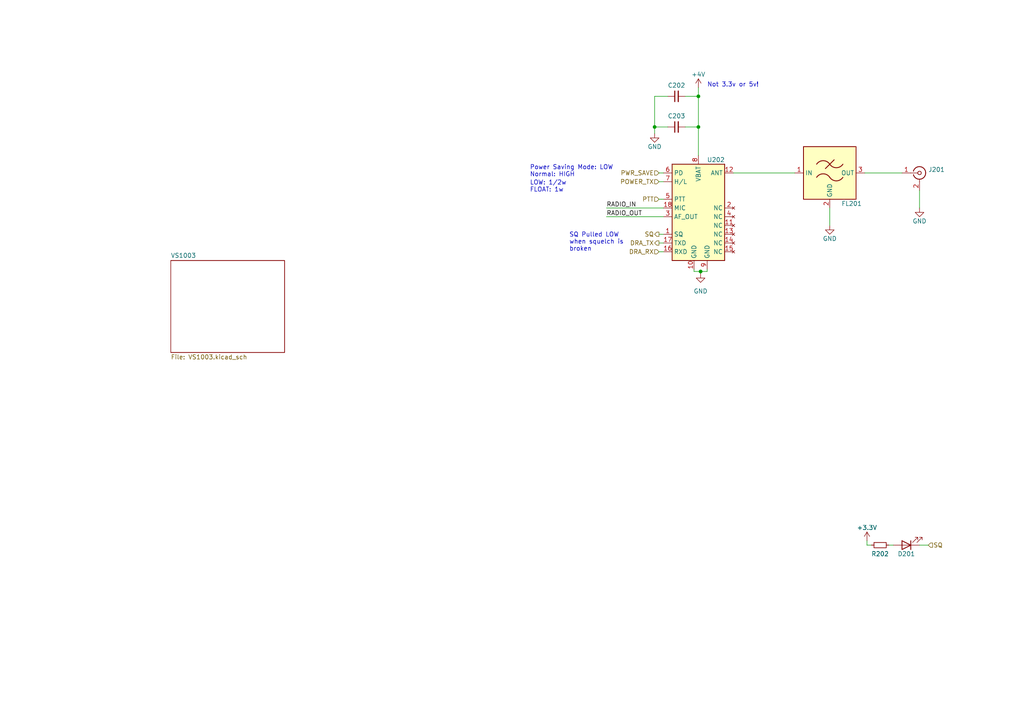
<source format=kicad_sch>
(kicad_sch (version 20211123) (generator eeschema)
  (paper "A4")
  (lib_symbols
    (symbol "Connector:Conn_Coaxial" (pin_names (offset 1.016) hide)
      (property "Reference" "J" (at 0.254 3.048 0))
      (property "Value" "Conn_Coaxial" (at 2.921 0 90))
      (symbol "Conn_Coaxial_0_1"
        (arc (start -1.778 -0.508) (mid 0.2311 -1.8066) (end 1.778 0) (stroke (width 0.254)))
        (polyline (pts (xy -2.54 0) (xy -0.508 0)))
        (polyline (pts (xy 0 -2.54) (xy 0 -1.778)))
        (circle (center 0 0) (radius 0.508) (stroke (width 0.2032)))
        (arc (start 1.778 0) (mid 0.2099 1.8101) (end -1.778 0.508) (stroke (width 0.254)))
      )
      (symbol "Conn_Coaxial_1_1"
        (pin passive line (at -5.08 0 0) (length 2.54) (name "In") (number "1"))
        (pin passive line (at 0 -5.08 90) (length 2.54) (name "Ext") (number "2"))
      )
    )
    (symbol "Device:C_Small" (pin_numbers hide) (pin_names (offset 0.254) hide)
      (property "Reference" "C" (at 0.254 1.778 0))
      (property "Value" "C_Small" (at 0.254 -2.032 0))
      (symbol "C_Small_0_1"
        (polyline (pts (xy -1.524 -0.508) (xy 1.524 -0.508)) (stroke (width 0.3302)))
        (polyline (pts (xy -1.524 0.508) (xy 1.524 0.508)) (stroke (width 0.3048)))
      )
      (symbol "C_Small_1_1"
        (pin passive line (at 0 2.54 270) (length 2.032) (name "~") (number "1"))
        (pin passive line (at 0 -2.54 90) (length 2.032) (name "~") (number "2"))
      )
    )
    (symbol "Device:LED" (pin_numbers hide) (pin_names (offset 1.016) hide)
      (property "Reference" "D" (at 0 2.54 0))
      (property "Value" "LED" (at 0 -2.54 0))
      (symbol "LED_0_1"
        (polyline (pts (xy -1.27 -1.27) (xy -1.27 1.27)) (stroke (width 0.254)))
        (polyline (pts (xy -1.27 0) (xy 1.27 0)))
        (polyline (pts (xy 1.27 -1.27) (xy 1.27 1.27) (xy -1.27 0) (xy 1.27 -1.27)) (stroke (width 0.254)))
        (polyline (pts (xy -3.048 -0.762) (xy -4.572 -2.286) (xy -3.81 -2.286) (xy -4.572 -2.286) (xy -4.572 -1.524)))
        (polyline (pts (xy -1.778 -0.762) (xy -3.302 -2.286) (xy -2.54 -2.286) (xy -3.302 -2.286) (xy -3.302 -1.524)))
      )
      (symbol "LED_1_1"
        (pin passive line (at -3.81 0 0) (length 2.54) (name "K") (number "1"))
        (pin passive line (at 3.81 0 180) (length 2.54) (name "A") (number "2"))
      )
    )
    (symbol "Device:R_Small" (pin_numbers hide) (pin_names (offset 0.254) hide)
      (property "Reference" "R" (at 0.762 0.508 0))
      (property "Value" "R_Small" (at 0.762 -1.016 0))
      (symbol "R_Small_0_1"
        (rectangle (start -0.762 1.778) (end 0.762 -1.778) (stroke (width 0.2032)))
      )
      (symbol "R_Small_1_1"
        (pin passive line (at 0 2.54 270) (length 0.762) (name "~") (number "1"))
        (pin passive line (at 0 -2.54 90) (length 0.762) (name "~") (number "2"))
      )
    )
    (symbol "KenwoodFox:DRA818V"
      (property "Reference" "U" (at 6.35 -15.24 0))
      (property "Value" "DRA818V" (at 5.08 15.24 0))
      (symbol "DRA818V_0_1"
        (rectangle (start -7.62 13.97) (end 7.62 -13.97) (stroke (width 0.254)) (fill (type background)))
      )
      (symbol "DRA818V_1_1"
        (pin output line (at -10.16 -6.35 0) (length 2.54) (name "SQ") (number "1"))
        (pin power_in line (at -1.27 -16.51 90) (length 2.54) (name "GND") (number "10"))
        (pin no_connect line (at 10.16 -3.81 180) (length 2.54) (name "NC") (number "11"))
        (pin output line (at 10.16 11.43 180) (length 2.54) (name "ANT") (number "12"))
        (pin no_connect line (at 10.16 -6.35 180) (length 2.54) (name "NC") (number "13"))
        (pin no_connect line (at 10.16 -8.89 180) (length 2.54) (name "NC") (number "14"))
        (pin no_connect line (at 10.16 -11.43 180) (length 2.54) (name "NC") (number "15"))
        (pin input line (at -10.16 -11.43 0) (length 2.54) (name "RXD") (number "16"))
        (pin output line (at -10.16 -8.89 0) (length 2.54) (name "TXD") (number "17"))
        (pin input line (at -10.16 1.27 0) (length 2.54) (name "MIC") (number "18"))
        (pin no_connect line (at 10.16 1.27 180) (length 2.54) (name "NC") (number "2"))
        (pin output line (at -10.16 -1.27 0) (length 2.54) (name "AF_OUT") (number "3"))
        (pin no_connect line (at 10.16 -1.27 180) (length 2.54) (name "NC") (number "4"))
        (pin input line (at -10.16 3.81 0) (length 2.54) (name "PTT") (number "5"))
        (pin input line (at -10.16 11.43 0) (length 2.54) (name "PD") (number "6"))
        (pin input line (at -10.16 8.89 0) (length 2.54) (name "H/L") (number "7"))
        (pin power_in line (at 0 16.51 270) (length 2.54) (name "VBAT") (number "8"))
        (pin power_in line (at 2.54 -16.51 90) (length 2.54) (name "GND") (number "9"))
      )
    )
    (symbol "RF_Filter:LFCN-490"
      (property "Reference" "FL" (at 0 10.795 0))
      (property "Value" "LFCN-490" (at 0 8.89 0))
      (symbol "LFCN-490_0_1"
        (rectangle (start -7.62 7.62) (end 7.62 -7.62) (stroke (width 0.254)) (fill (type background)))
        (arc (start 0 -1.27) (mid -1.905 -0.2505) (end -3.81 -1.27) (stroke (width 0.254)))
        (arc (start 0 -1.27) (mid 1.905 -2.2895) (end 3.81 -1.27) (stroke (width 0.254)))
        (polyline (pts (xy -1.27 1.27) (xy 1.27 3.81)) (stroke (width 0.254)))
        (arc (start 0 2.54) (mid -1.905 3.5595) (end -3.81 2.54) (stroke (width 0.254)))
        (arc (start 0 2.54) (mid 1.905 1.5205) (end 3.81 2.54) (stroke (width 0.254)))
      )
      (symbol "LFCN-490_1_1"
        (pin passive line (at -10.16 0 0) (length 2.54) (name "IN") (number "1"))
        (pin passive line (at 0 -10.16 90) (length 2.54) (name "GND") (number "2"))
        (pin passive line (at 10.16 0 180) (length 2.54) (name "OUT") (number "3"))
        (pin passive line (at 0 -10.16 90) (length 2.54) hide (name "GND") (number "4"))
      )
    )
    (symbol "power:+3.3V" (power) (pin_names (offset 0))
      (property "Value" "+3.3V" (at 0 3.556 0))
      (symbol "+3.3V_0_1"
        (polyline (pts (xy -0.762 1.27) (xy 0 2.54)))
        (polyline (pts (xy 0 0) (xy 0 2.54)))
        (polyline (pts (xy 0 2.54) (xy 0.762 1.27)))
      )
      (symbol "+3.3V_1_1"
        (pin power_in line (at 0 0 90) (length 0) hide (name "+3.3V") (number "1"))
      )
    )
    (symbol "power:+4V" (power) (pin_names (offset 0))
      (property "Value" "+4V" (at 0 3.556 0))
      (symbol "+4V_0_1"
        (polyline (pts (xy -0.762 1.27) (xy 0 2.54)))
        (polyline (pts (xy 0 0) (xy 0 2.54)))
        (polyline (pts (xy 0 2.54) (xy 0.762 1.27)))
      )
      (symbol "+4V_1_1"
        (pin power_in line (at 0 0 90) (length 0) hide (name "+4V") (number "1"))
      )
    )
    (symbol "power:GND" (power) (pin_names (offset 0))
      (property "Value" "GND" (at 0 -3.81 0))
      (symbol "GND_0_1"
        (polyline (pts (xy 0 0) (xy 0 -1.27) (xy 1.27 -1.27) (xy 0 -2.54) (xy -1.27 -1.27) (xy 0 -1.27)))
      )
      (symbol "GND_1_1"
        (pin power_in line (at 0 0 270) (length 0) hide (name "GND") (number "1"))
      )
    )
  )
  (junction (at 203.2 78.74))
  (junction (at 202.565 36.83))
  (junction (at 202.565 27.94))
  (junction (at 189.865 36.83))
  (wire (pts (xy 191.135 70.485) (xy 192.405 70.485)))
  (wire (pts (xy 205.105 78.74) (xy 205.105 78.105)))
  (wire (pts (xy 198.755 27.94) (xy 202.565 27.94)))
  (wire (pts (xy 266.7 55.245) (xy 266.7 60.325)))
  (wire (pts (xy 203.2 78.74) (xy 203.2 79.375)))
  (wire (pts (xy 189.865 27.94) (xy 193.675 27.94)))
  (wire (pts (xy 189.865 36.83) (xy 189.865 27.94)))
  (wire (pts (xy 202.565 25.4) (xy 202.565 27.94)))
  (wire (pts (xy 201.295 78.105) (xy 201.295 78.74)))
  (wire (pts (xy 212.725 50.165) (xy 230.505 50.165)))
  (wire (pts (xy 191.135 57.785) (xy 192.405 57.785)))
  (wire (pts (xy 191.135 50.165) (xy 192.405 50.165)))
  (wire (pts (xy 189.865 36.83) (xy 193.675 36.83)))
  (wire (pts (xy 175.895 60.325) (xy 192.405 60.325)))
  (wire (pts (xy 251.46 158.115) (xy 252.73 158.115)))
  (wire (pts (xy 202.565 36.83) (xy 202.565 45.085)))
  (wire (pts (xy 191.135 73.025) (xy 192.405 73.025)))
  (wire (pts (xy 203.2 78.74) (xy 205.105 78.74)))
  (wire (pts (xy 201.295 78.74) (xy 203.2 78.74)))
  (wire (pts (xy 198.755 36.83) (xy 202.565 36.83)))
  (wire (pts (xy 202.565 27.94) (xy 202.565 36.83)))
  (wire (pts (xy 175.895 62.865) (xy 192.405 62.865)))
  (wire (pts (xy 191.135 67.945) (xy 192.405 67.945)))
  (wire (pts (xy 191.135 52.705) (xy 192.405 52.705)))
  (wire (pts (xy 240.665 60.325) (xy 240.665 65.405)))
  (wire (pts (xy 250.825 50.165) (xy 261.62 50.165)))
  (wire (pts (xy 251.46 156.845) (xy 251.46 158.115)))
  (wire (pts (xy 266.7 158.115) (xy 269.24 158.115)))
  (wire (pts (xy 189.865 36.83) (xy 189.865 38.735)))
  (wire (pts (xy 257.81 158.115) (xy 259.08 158.115)))
  (text "Not 3.3v or 5v!" (at 205.105 25.4 0) (effects (font (size 1.27 1.27)) (justify left bottom)))
  (text "SQ Pulled LOW\nwhen squelch is\nbroken" (at 165.1 73.025 0) (effects (font (size 1.27 1.27)) (justify left bottom)))
  (text "Power Saving Mode: LOW\nNormal: HIGH" (at 153.67 51.435 0) (effects (font (size 1.27 1.27)) (justify left bottom)))
  (text "LOW: 1/2w\nFLOAT: 1w" (at 153.67 55.88 0) (effects (font (size 1.27 1.27)) (justify left bottom)))
  (label "RADIO_IN" (at 175.895 60.325 0))
  (label "RADIO_OUT" (at 175.895 62.865 0))
  (hierarchical_label "DRA_RX" (shape input) (at 191.135 73.025 180))
  (hierarchical_label "PTT" (shape input) (at 191.135 57.785 180))
  (hierarchical_label "SQ" (shape input) (at 269.24 158.115 0))
  (hierarchical_label "DRA_TX" (shape output) (at 191.135 70.485 180))
  (hierarchical_label "SQ" (shape output) (at 191.135 67.945 180))
  (hierarchical_label "PWR_SAVE" (shape input) (at 191.135 50.165 180))
  (hierarchical_label "POWER_TX" (shape input) (at 191.135 52.705 180))
  (symbol (lib_id "Device:R_Small") (at 255.27 158.115 90) (unit 1)
    (property "Reference" "R202" (at 255.27 160.655 90))
  )
  (symbol (lib_id "KenwoodFox:DRA818V") (at 202.565 61.595 0) (unit 1)
    (property "Reference" "U202" (at 207.645 46.355 0))
    (property "Datasheet" "https://github.com/KenwoodFox/kenwoodfox-kicad-libraries/blob/main/datasheets/DRA818V.pdf" (effects hide))
  )
  (symbol (lib_id "power:GND") (at 266.7 60.325 0) (unit 1)
    (property "Reference" "#PWR0208" (effects hide))
  )
  (symbol (lib_id "Device:C_Small") (at 196.215 27.94 90) (unit 1)
    (property "Reference" "C202" (at 196.215 24.765 90))
  )
  (symbol (lib_id "power:+3.3V") (at 251.46 156.845 0) (unit 1)
    (property "Reference" "#PWR0207" (effects hide))
  )
  (symbol (lib_id "power:GND") (at 189.865 38.735 0) (unit 1)
    (property "Reference" "#PWR0203" (effects hide))
  )
  (symbol (lib_id "Connector:Conn_Coaxial") (at 266.7 50.165 0) (unit 1)
    (property "Reference" "J201" (at 269.24 49.1881 0) (effects (justify left)))
    (property "Datasheet" " ~" (effects hide))
  )
  (symbol (lib_id "power:+4V") (at 202.565 25.4 0) (unit 1)
    (property "Reference" "#PWR0204" (effects hide))
  )
  (symbol (lib_id "power:GND") (at 240.665 65.405 0) (unit 1)
    (property "Reference" "#PWR0206" (effects hide))
  )
  (symbol (lib_id "Device:C_Small") (at 196.215 36.83 90) (unit 1)
    (property "Reference" "C203" (at 196.215 33.655 90))
  )
  (symbol (lib_id "Device:LED") (at 262.89 158.115 180) (unit 1)
    (property "Reference" "D201" (at 262.89 160.655 0))
  )
  (symbol (lib_id "power:GND") (at 203.2 79.375 0) (unit 1)
    (property "Reference" "#PWR0205" (effects hide))
  )
  (symbol (lib_id "RF_Filter:LFCN-490") (at 240.665 50.165 0) (unit 1)
    (property "Reference" "FL201" (at 247.015 59.055 0))
    (property "Datasheet" "https://www.minicircuits.com/pdfs/LFCN-490+.pdf" (effects hide))
  )
  (sheet (at 49.53 75.565) (size 33.02 26.67) (stroke (width 0.1524))
    (property "Sheet name" "VS1003" (at 49.53 74.8534 0) (effects (justify left bottom)))
    (property "Sheet file" "VS1003.kicad_sch" (at 49.53 102.8196 0) (effects (justify left top)))
  )
)
</source>
